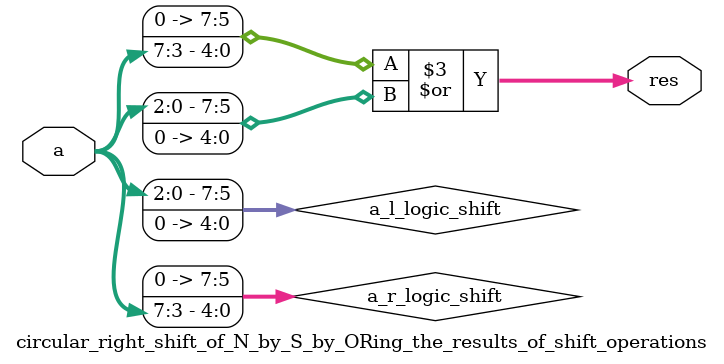
<source format=sv>

module circular_left_shift_of_N_by_S_using_bit_slices_and_concatenation
# (parameter N = 8, S = 3)
(input  [N - 1:0] a, output [N - 1:0] res);

  assign res = { a [N - S - 1:0], a [N - 1 : N - S] };

endmodule

module circular_left_shift_of_N_by_S_by_ORing_the_results_of_shift_operations
# (parameter N = 8, S = 3)
(input  [N - 1:0] a, output [N - 1:0] res);

  assign res = (a << S) | (a >> (N - S));

endmodule

//----------------------------------------------------------------------------
// Task
//----------------------------------------------------------------------------

module circular_right_shift_of_N_by_S_using_bit_slices_and_concatenation
# (parameter N = 8, S = 3)
(input  [N - 1:0] a, output [N - 1:0] res);

  // Task:
  //
  // Implement a module that shifts its input S bits to the right
  // in a circular fashion, using only concatenation of bit slices.
  //
  // "Circular" means ABCDEFGH -> FGHABCDE when N = 8 and S = 3.

assign res = {a[S-1:0],a[N-1:S]};
  

endmodule

module circular_right_shift_of_N_by_S_by_ORing_the_results_of_shift_operations
# (parameter N = 8, S = 3)
(input  [N - 1:0] a, output [N - 1:0] res);

  // Task:
  //
  // Implement a module that shifts its input S bits to the right
  // in a circular fashion, using only the following operations:
  // logical right shift (>>), logical left shift (<<),
  // "or" (|) and constant expressions.
  //
  // "Circular" means ABCDEFGH -> FGHABCDE when N = 8 and S = 3.

  wire [N - 1:0] a_r_logic_shift;
  wire [N - 1:0] a_l_logic_shift;
  
  assign a_r_logic_shift = (a >> S);
  assign a_l_logic_shift = (a << (N - S));
  
  assign res = a_r_logic_shift | a_l_logic_shift;
  
endmodule

</source>
